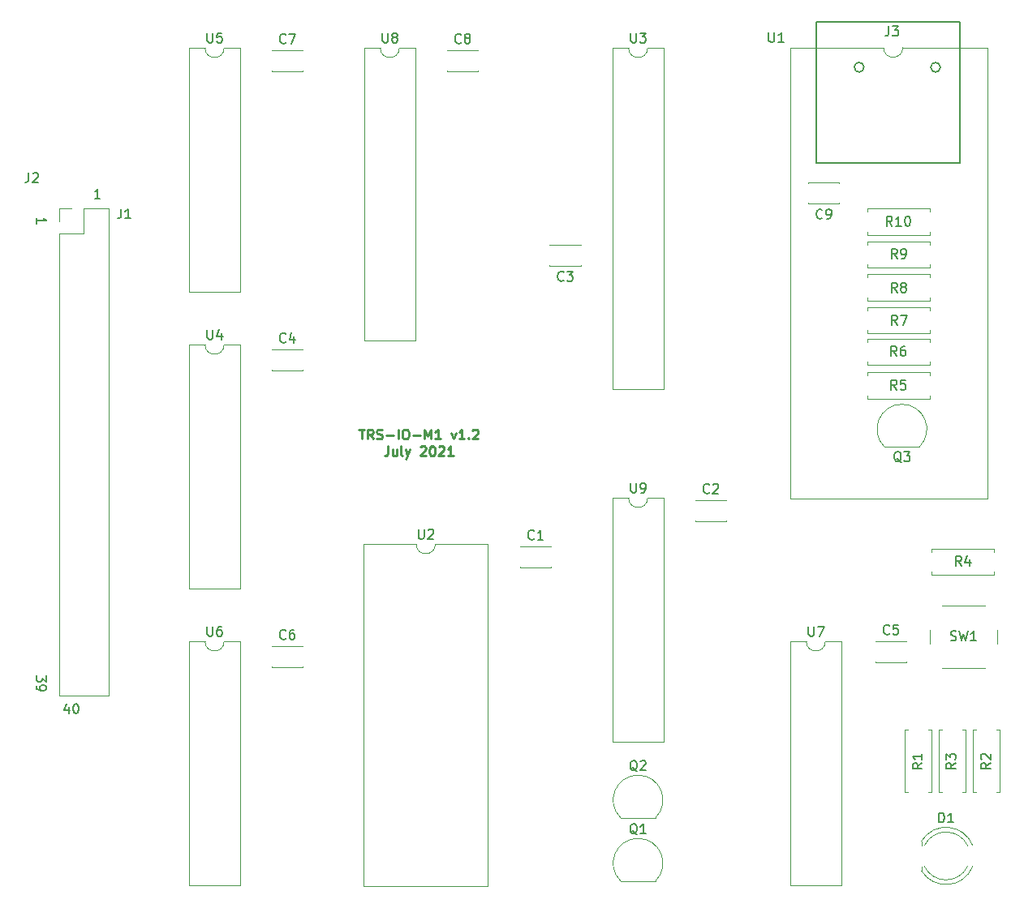
<source format=gbr>
%TF.GenerationSoftware,KiCad,Pcbnew,(5.1.9-0-10_14)*%
%TF.CreationDate,2021-07-19T10:05:44-07:00*%
%TF.ProjectId,TRS-IO-M1,5452532d-494f-42d4-9d31-2e6b69636164,rev?*%
%TF.SameCoordinates,Original*%
%TF.FileFunction,Legend,Top*%
%TF.FilePolarity,Positive*%
%FSLAX46Y46*%
G04 Gerber Fmt 4.6, Leading zero omitted, Abs format (unit mm)*
G04 Created by KiCad (PCBNEW (5.1.9-0-10_14)) date 2021-07-19 10:05:44*
%MOMM*%
%LPD*%
G01*
G04 APERTURE LIST*
%ADD10C,0.150000*%
%ADD11C,0.250000*%
%ADD12C,0.120000*%
G04 APERTURE END LIST*
D10*
X116143019Y-116233676D02*
X116143019Y-116852723D01*
X115762066Y-116519390D01*
X115762066Y-116662247D01*
X115714447Y-116757485D01*
X115666828Y-116805104D01*
X115571590Y-116852723D01*
X115333495Y-116852723D01*
X115238257Y-116805104D01*
X115190638Y-116757485D01*
X115143019Y-116662247D01*
X115143019Y-116376533D01*
X115190638Y-116281295D01*
X115238257Y-116233676D01*
X115143019Y-117328914D02*
X115143019Y-117519390D01*
X115190638Y-117614628D01*
X115238257Y-117662247D01*
X115381114Y-117757485D01*
X115571590Y-117805104D01*
X115952542Y-117805104D01*
X116047780Y-117757485D01*
X116095400Y-117709866D01*
X116143019Y-117614628D01*
X116143019Y-117424152D01*
X116095400Y-117328914D01*
X116047780Y-117281295D01*
X115952542Y-117233676D01*
X115714447Y-117233676D01*
X115619209Y-117281295D01*
X115571590Y-117328914D01*
X115523971Y-117424152D01*
X115523971Y-117614628D01*
X115571590Y-117709866D01*
X115619209Y-117757485D01*
X115714447Y-117805104D01*
X115193819Y-69043514D02*
X115193819Y-68472085D01*
X115193819Y-68757800D02*
X116193819Y-68757800D01*
X116050961Y-68662561D01*
X115955723Y-68567323D01*
X115908104Y-68472085D01*
X118510085Y-119521314D02*
X118510085Y-120187980D01*
X118271990Y-119140361D02*
X118033895Y-119854647D01*
X118652942Y-119854647D01*
X119224371Y-119187980D02*
X119319609Y-119187980D01*
X119414847Y-119235600D01*
X119462466Y-119283219D01*
X119510085Y-119378457D01*
X119557704Y-119568933D01*
X119557704Y-119807028D01*
X119510085Y-119997504D01*
X119462466Y-120092742D01*
X119414847Y-120140361D01*
X119319609Y-120187980D01*
X119224371Y-120187980D01*
X119129133Y-120140361D01*
X119081514Y-120092742D01*
X119033895Y-119997504D01*
X118986276Y-119807028D01*
X118986276Y-119568933D01*
X119033895Y-119378457D01*
X119081514Y-119283219D01*
X119129133Y-119235600D01*
X119224371Y-119187980D01*
X121799314Y-66416180D02*
X121227885Y-66416180D01*
X121513600Y-66416180D02*
X121513600Y-65416180D01*
X121418361Y-65559038D01*
X121323123Y-65654276D01*
X121227885Y-65701895D01*
D11*
X148805095Y-90525380D02*
X149376523Y-90525380D01*
X149090809Y-91525380D02*
X149090809Y-90525380D01*
X150281285Y-91525380D02*
X149947952Y-91049190D01*
X149709857Y-91525380D02*
X149709857Y-90525380D01*
X150090809Y-90525380D01*
X150186047Y-90573000D01*
X150233666Y-90620619D01*
X150281285Y-90715857D01*
X150281285Y-90858714D01*
X150233666Y-90953952D01*
X150186047Y-91001571D01*
X150090809Y-91049190D01*
X149709857Y-91049190D01*
X150662238Y-91477761D02*
X150805095Y-91525380D01*
X151043190Y-91525380D01*
X151138428Y-91477761D01*
X151186047Y-91430142D01*
X151233666Y-91334904D01*
X151233666Y-91239666D01*
X151186047Y-91144428D01*
X151138428Y-91096809D01*
X151043190Y-91049190D01*
X150852714Y-91001571D01*
X150757476Y-90953952D01*
X150709857Y-90906333D01*
X150662238Y-90811095D01*
X150662238Y-90715857D01*
X150709857Y-90620619D01*
X150757476Y-90573000D01*
X150852714Y-90525380D01*
X151090809Y-90525380D01*
X151233666Y-90573000D01*
X151662238Y-91144428D02*
X152424142Y-91144428D01*
X152900333Y-91525380D02*
X152900333Y-90525380D01*
X153567000Y-90525380D02*
X153757476Y-90525380D01*
X153852714Y-90573000D01*
X153947952Y-90668238D01*
X153995571Y-90858714D01*
X153995571Y-91192047D01*
X153947952Y-91382523D01*
X153852714Y-91477761D01*
X153757476Y-91525380D01*
X153567000Y-91525380D01*
X153471761Y-91477761D01*
X153376523Y-91382523D01*
X153328904Y-91192047D01*
X153328904Y-90858714D01*
X153376523Y-90668238D01*
X153471761Y-90573000D01*
X153567000Y-90525380D01*
X154424142Y-91144428D02*
X155186047Y-91144428D01*
X155662238Y-91525380D02*
X155662238Y-90525380D01*
X155995571Y-91239666D01*
X156328904Y-90525380D01*
X156328904Y-91525380D01*
X157328904Y-91525380D02*
X156757476Y-91525380D01*
X157043190Y-91525380D02*
X157043190Y-90525380D01*
X156947952Y-90668238D01*
X156852714Y-90763476D01*
X156757476Y-90811095D01*
X158424142Y-90858714D02*
X158662238Y-91525380D01*
X158900333Y-90858714D01*
X159805095Y-91525380D02*
X159233666Y-91525380D01*
X159519380Y-91525380D02*
X159519380Y-90525380D01*
X159424142Y-90668238D01*
X159328904Y-90763476D01*
X159233666Y-90811095D01*
X160233666Y-91430142D02*
X160281285Y-91477761D01*
X160233666Y-91525380D01*
X160186047Y-91477761D01*
X160233666Y-91430142D01*
X160233666Y-91525380D01*
X160662238Y-90620619D02*
X160709857Y-90573000D01*
X160805095Y-90525380D01*
X161043190Y-90525380D01*
X161138428Y-90573000D01*
X161186047Y-90620619D01*
X161233666Y-90715857D01*
X161233666Y-90811095D01*
X161186047Y-90953952D01*
X160614619Y-91525380D01*
X161233666Y-91525380D01*
X151828904Y-92275380D02*
X151828904Y-92989666D01*
X151781285Y-93132523D01*
X151686047Y-93227761D01*
X151543190Y-93275380D01*
X151447952Y-93275380D01*
X152733666Y-92608714D02*
X152733666Y-93275380D01*
X152305095Y-92608714D02*
X152305095Y-93132523D01*
X152352714Y-93227761D01*
X152447952Y-93275380D01*
X152590809Y-93275380D01*
X152686047Y-93227761D01*
X152733666Y-93180142D01*
X153352714Y-93275380D02*
X153257476Y-93227761D01*
X153209857Y-93132523D01*
X153209857Y-92275380D01*
X153638428Y-92608714D02*
X153876523Y-93275380D01*
X154114619Y-92608714D02*
X153876523Y-93275380D01*
X153781285Y-93513476D01*
X153733666Y-93561095D01*
X153638428Y-93608714D01*
X155209857Y-92370619D02*
X155257476Y-92323000D01*
X155352714Y-92275380D01*
X155590809Y-92275380D01*
X155686047Y-92323000D01*
X155733666Y-92370619D01*
X155781285Y-92465857D01*
X155781285Y-92561095D01*
X155733666Y-92703952D01*
X155162238Y-93275380D01*
X155781285Y-93275380D01*
X156400333Y-92275380D02*
X156495571Y-92275380D01*
X156590809Y-92323000D01*
X156638428Y-92370619D01*
X156686047Y-92465857D01*
X156733666Y-92656333D01*
X156733666Y-92894428D01*
X156686047Y-93084904D01*
X156638428Y-93180142D01*
X156590809Y-93227761D01*
X156495571Y-93275380D01*
X156400333Y-93275380D01*
X156305095Y-93227761D01*
X156257476Y-93180142D01*
X156209857Y-93084904D01*
X156162238Y-92894428D01*
X156162238Y-92656333D01*
X156209857Y-92465857D01*
X156257476Y-92370619D01*
X156305095Y-92323000D01*
X156400333Y-92275380D01*
X157114619Y-92370619D02*
X157162238Y-92323000D01*
X157257476Y-92275380D01*
X157495571Y-92275380D01*
X157590809Y-92323000D01*
X157638428Y-92370619D01*
X157686047Y-92465857D01*
X157686047Y-92561095D01*
X157638428Y-92703952D01*
X157067000Y-93275380D01*
X157686047Y-93275380D01*
X158638428Y-93275380D02*
X158067000Y-93275380D01*
X158352714Y-93275380D02*
X158352714Y-92275380D01*
X158257476Y-92418238D01*
X158162238Y-92513476D01*
X158067000Y-92561095D01*
D12*
%TO.C,U9*%
X180577000Y-97679200D02*
X178927000Y-97679200D01*
X180577000Y-123199200D02*
X180577000Y-97679200D01*
X175277000Y-123199200D02*
X180577000Y-123199200D01*
X175277000Y-97679200D02*
X175277000Y-123199200D01*
X176927000Y-97679200D02*
X175277000Y-97679200D01*
X178927000Y-97679200D02*
G75*
G02*
X176927000Y-97679200I-1000000J0D01*
G01*
%TO.C,U8*%
X154669000Y-50689200D02*
X153019000Y-50689200D01*
X154669000Y-81289200D02*
X154669000Y-50689200D01*
X149369000Y-81289200D02*
X154669000Y-81289200D01*
X149369000Y-50689200D02*
X149369000Y-81289200D01*
X151019000Y-50689200D02*
X149369000Y-50689200D01*
X153019000Y-50689200D02*
G75*
G02*
X151019000Y-50689200I-1000000J0D01*
G01*
%TO.C,U7*%
X199119000Y-112665200D02*
X197469000Y-112665200D01*
X199119000Y-138185200D02*
X199119000Y-112665200D01*
X193819000Y-138185200D02*
X199119000Y-138185200D01*
X193819000Y-112665200D02*
X193819000Y-138185200D01*
X195469000Y-112665200D02*
X193819000Y-112665200D01*
X197469000Y-112665200D02*
G75*
G02*
X195469000Y-112665200I-1000000J0D01*
G01*
%TO.C,U6*%
X136381000Y-112665200D02*
X134731000Y-112665200D01*
X136381000Y-138185200D02*
X136381000Y-112665200D01*
X131081000Y-138185200D02*
X136381000Y-138185200D01*
X131081000Y-112665200D02*
X131081000Y-138185200D01*
X132731000Y-112665200D02*
X131081000Y-112665200D01*
X134731000Y-112665200D02*
G75*
G02*
X132731000Y-112665200I-1000000J0D01*
G01*
%TO.C,U5*%
X136381000Y-50689200D02*
X134731000Y-50689200D01*
X136381000Y-76209200D02*
X136381000Y-50689200D01*
X131081000Y-76209200D02*
X136381000Y-76209200D01*
X131081000Y-50689200D02*
X131081000Y-76209200D01*
X132731000Y-50689200D02*
X131081000Y-50689200D01*
X134731000Y-50689200D02*
G75*
G02*
X132731000Y-50689200I-1000000J0D01*
G01*
%TO.C,U4*%
X136381000Y-81677200D02*
X134731000Y-81677200D01*
X136381000Y-107197200D02*
X136381000Y-81677200D01*
X131081000Y-107197200D02*
X136381000Y-107197200D01*
X131081000Y-81677200D02*
X131081000Y-107197200D01*
X132731000Y-81677200D02*
X131081000Y-81677200D01*
X134731000Y-81677200D02*
G75*
G02*
X132731000Y-81677200I-1000000J0D01*
G01*
%TO.C,U3*%
X180577000Y-50689200D02*
X178927000Y-50689200D01*
X180577000Y-86369200D02*
X180577000Y-50689200D01*
X175277000Y-86369200D02*
X180577000Y-86369200D01*
X175277000Y-50689200D02*
X175277000Y-86369200D01*
X176927000Y-50689200D02*
X175277000Y-50689200D01*
X178927000Y-50689200D02*
G75*
G02*
X176927000Y-50689200I-1000000J0D01*
G01*
%TO.C,U2*%
X162239000Y-102515200D02*
X156779000Y-102515200D01*
X162239000Y-138195200D02*
X162239000Y-102515200D01*
X149319000Y-138195200D02*
X162239000Y-138195200D01*
X149319000Y-102515200D02*
X149319000Y-138195200D01*
X154779000Y-102515200D02*
X149319000Y-102515200D01*
X156779000Y-102515200D02*
G75*
G02*
X154779000Y-102515200I-1000000J0D01*
G01*
%TO.C,U1*%
X214384400Y-50689200D02*
X205546200Y-50689200D01*
X214384400Y-97681700D02*
X214384400Y-50701700D01*
X193819000Y-97799200D02*
X214384400Y-97799200D01*
X193819000Y-50701700D02*
X193819000Y-97681700D01*
X203546200Y-50689200D02*
X193819000Y-50689200D01*
X205546200Y-50663800D02*
G75*
G02*
X203546200Y-50663800I-1000000J0D01*
G01*
%TO.C,SW1*%
X215382500Y-112931200D02*
X215382500Y-111431200D01*
X214132500Y-108931200D02*
X209632500Y-108931200D01*
X208382500Y-111431200D02*
X208382500Y-112931200D01*
X209632500Y-115431200D02*
X214132500Y-115431200D01*
%TO.C,R4*%
X215042500Y-105713200D02*
X215042500Y-105383200D01*
X208502500Y-105713200D02*
X215042500Y-105713200D01*
X208502500Y-105383200D02*
X208502500Y-105713200D01*
X215042500Y-102973200D02*
X215042500Y-103303200D01*
X208502500Y-102973200D02*
X215042500Y-102973200D01*
X208502500Y-103303200D02*
X208502500Y-102973200D01*
%TO.C,R3*%
X209323000Y-128441200D02*
X209653000Y-128441200D01*
X209323000Y-121901200D02*
X209323000Y-128441200D01*
X209653000Y-121901200D02*
X209323000Y-121901200D01*
X212063000Y-128441200D02*
X211733000Y-128441200D01*
X212063000Y-121901200D02*
X212063000Y-128441200D01*
X211733000Y-121901200D02*
X212063000Y-121901200D01*
%TO.C,R2*%
X212879000Y-128441200D02*
X213209000Y-128441200D01*
X212879000Y-121901200D02*
X212879000Y-128441200D01*
X213209000Y-121901200D02*
X212879000Y-121901200D01*
X215619000Y-128441200D02*
X215289000Y-128441200D01*
X215619000Y-121901200D02*
X215619000Y-128441200D01*
X215289000Y-121901200D02*
X215619000Y-121901200D01*
%TO.C,R1*%
X205767000Y-128441200D02*
X206097000Y-128441200D01*
X205767000Y-121901200D02*
X205767000Y-128441200D01*
X206097000Y-121901200D02*
X205767000Y-121901200D01*
X208507000Y-128441200D02*
X208177000Y-128441200D01*
X208507000Y-121901200D02*
X208507000Y-128441200D01*
X208177000Y-121901200D02*
X208507000Y-121901200D01*
%TO.C,Q2*%
X176127000Y-131085200D02*
X179727000Y-131085200D01*
X179765478Y-131073678D02*
G75*
G03*
X177927000Y-126635200I-1838478J1838478D01*
G01*
X176088522Y-131073678D02*
G75*
G02*
X177927000Y-126635200I1838478J1838478D01*
G01*
%TO.C,Q1*%
X176127000Y-137689200D02*
X179727000Y-137689200D01*
X179765478Y-137677678D02*
G75*
G03*
X177927000Y-133239200I-1838478J1838478D01*
G01*
X176088522Y-137677678D02*
G75*
G02*
X177927000Y-133239200I1838478J1838478D01*
G01*
%TO.C,J1*%
X117509000Y-67429200D02*
X118839000Y-67429200D01*
X117509000Y-68759200D02*
X117509000Y-67429200D01*
X120109000Y-67429200D02*
X122709000Y-67429200D01*
X120109000Y-70029200D02*
X120109000Y-67429200D01*
X117509000Y-70029200D02*
X120109000Y-70029200D01*
X122709000Y-67429200D02*
X122709000Y-118349200D01*
X117509000Y-70029200D02*
X117509000Y-118349200D01*
X117509000Y-118349200D02*
X122709000Y-118349200D01*
%TO.C,D1*%
X207498000Y-136157200D02*
X207498000Y-136622200D01*
X207498000Y-133532200D02*
X207498000Y-133997200D01*
X212312479Y-136157629D02*
G75*
G02*
X207803316Y-136157200I-2254479J1080429D01*
G01*
X212312479Y-133996771D02*
G75*
G03*
X207803316Y-133997200I-2254479J-1080429D01*
G01*
X212845815Y-136158027D02*
G75*
G02*
X207498000Y-136622030I-2787815J1080827D01*
G01*
X212845815Y-133996373D02*
G75*
G03*
X207498000Y-133532370I-2787815J-1080827D01*
G01*
%TO.C,C8*%
X161239000Y-53074200D02*
X161239000Y-53139200D01*
X161239000Y-50899200D02*
X161239000Y-50964200D01*
X157999000Y-53074200D02*
X157999000Y-53139200D01*
X157999000Y-50899200D02*
X157999000Y-50964200D01*
X157999000Y-53139200D02*
X161239000Y-53139200D01*
X157999000Y-50899200D02*
X161239000Y-50899200D01*
%TO.C,C7*%
X142951000Y-53074200D02*
X142951000Y-53139200D01*
X142951000Y-50899200D02*
X142951000Y-50964200D01*
X139711000Y-53074200D02*
X139711000Y-53139200D01*
X139711000Y-50899200D02*
X139711000Y-50964200D01*
X139711000Y-53139200D02*
X142951000Y-53139200D01*
X139711000Y-50899200D02*
X142951000Y-50899200D01*
%TO.C,C6*%
X142951000Y-115304200D02*
X142951000Y-115369200D01*
X142951000Y-113129200D02*
X142951000Y-113194200D01*
X139711000Y-115304200D02*
X139711000Y-115369200D01*
X139711000Y-113129200D02*
X139711000Y-113194200D01*
X139711000Y-115369200D02*
X142951000Y-115369200D01*
X139711000Y-113129200D02*
X142951000Y-113129200D01*
%TO.C,C5*%
X205943000Y-114796200D02*
X205943000Y-114861200D01*
X205943000Y-112621200D02*
X205943000Y-112686200D01*
X202703000Y-114796200D02*
X202703000Y-114861200D01*
X202703000Y-112621200D02*
X202703000Y-112686200D01*
X202703000Y-114861200D02*
X205943000Y-114861200D01*
X202703000Y-112621200D02*
X205943000Y-112621200D01*
%TO.C,C4*%
X142951000Y-84316200D02*
X142951000Y-84381200D01*
X142951000Y-82141200D02*
X142951000Y-82206200D01*
X139711000Y-84316200D02*
X139711000Y-84381200D01*
X139711000Y-82141200D02*
X139711000Y-82206200D01*
X139711000Y-84381200D02*
X142951000Y-84381200D01*
X139711000Y-82141200D02*
X142951000Y-82141200D01*
%TO.C,C3*%
X168707000Y-71284200D02*
X168707000Y-71219200D01*
X168707000Y-73459200D02*
X168707000Y-73394200D01*
X171947000Y-71284200D02*
X171947000Y-71219200D01*
X171947000Y-73459200D02*
X171947000Y-73394200D01*
X171947000Y-71219200D02*
X168707000Y-71219200D01*
X171947000Y-73459200D02*
X168707000Y-73459200D01*
%TO.C,C2*%
X187147000Y-100064200D02*
X187147000Y-100129200D01*
X187147000Y-97889200D02*
X187147000Y-97954200D01*
X183907000Y-100064200D02*
X183907000Y-100129200D01*
X183907000Y-97889200D02*
X183907000Y-97954200D01*
X183907000Y-100129200D02*
X187147000Y-100129200D01*
X183907000Y-97889200D02*
X187147000Y-97889200D01*
%TO.C,C1*%
X168859000Y-104890200D02*
X168859000Y-104955200D01*
X168859000Y-102715200D02*
X168859000Y-102780200D01*
X165619000Y-104890200D02*
X165619000Y-104955200D01*
X165619000Y-102715200D02*
X165619000Y-102780200D01*
X165619000Y-104955200D02*
X168859000Y-104955200D01*
X165619000Y-102715200D02*
X168859000Y-102715200D01*
%TO.C,C9*%
X198921800Y-66956800D02*
X195681800Y-66956800D01*
X198921800Y-64716800D02*
X195681800Y-64716800D01*
X198921800Y-66956800D02*
X198921800Y-66891800D01*
X198921800Y-64781800D02*
X198921800Y-64716800D01*
X195681800Y-66956800D02*
X195681800Y-66891800D01*
X195681800Y-64781800D02*
X195681800Y-64716800D01*
D10*
%TO.C,J3*%
X209468200Y-52705000D02*
G75*
G03*
X209468200Y-52705000I-500000J0D01*
G01*
X201488200Y-52705000D02*
G75*
G03*
X201488200Y-52705000I-500000J0D01*
G01*
X211538200Y-62705000D02*
X196538200Y-62705000D01*
X196538200Y-62705000D02*
X196538200Y-48005000D01*
X196538200Y-48005000D02*
X211538200Y-48005000D01*
X211538200Y-48005000D02*
X211538200Y-62705000D01*
D12*
%TO.C,Q3*%
X203660600Y-92350200D02*
X207260600Y-92350200D01*
X203622122Y-92338678D02*
G75*
G02*
X205460600Y-87900200I1838478J1838478D01*
G01*
X207299078Y-92338678D02*
G75*
G03*
X205460600Y-87900200I-1838478J1838478D01*
G01*
%TO.C,R5*%
X208400400Y-87323600D02*
X208400400Y-86993600D01*
X201860400Y-87323600D02*
X208400400Y-87323600D01*
X201860400Y-86993600D02*
X201860400Y-87323600D01*
X208400400Y-84583600D02*
X208400400Y-84913600D01*
X201860400Y-84583600D02*
X208400400Y-84583600D01*
X201860400Y-84913600D02*
X201860400Y-84583600D01*
%TO.C,R6*%
X201860400Y-81383000D02*
X201860400Y-81053000D01*
X201860400Y-81053000D02*
X208400400Y-81053000D01*
X208400400Y-81053000D02*
X208400400Y-81383000D01*
X201860400Y-83463000D02*
X201860400Y-83793000D01*
X201860400Y-83793000D02*
X208400400Y-83793000D01*
X208400400Y-83793000D02*
X208400400Y-83463000D01*
%TO.C,R7*%
X201860400Y-78081000D02*
X201860400Y-77751000D01*
X201860400Y-77751000D02*
X208400400Y-77751000D01*
X208400400Y-77751000D02*
X208400400Y-78081000D01*
X201860400Y-80161000D02*
X201860400Y-80491000D01*
X201860400Y-80491000D02*
X208400400Y-80491000D01*
X208400400Y-80491000D02*
X208400400Y-80161000D01*
%TO.C,R8*%
X208400400Y-77062000D02*
X208400400Y-76732000D01*
X201860400Y-77062000D02*
X208400400Y-77062000D01*
X201860400Y-76732000D02*
X201860400Y-77062000D01*
X208400400Y-74322000D02*
X208400400Y-74652000D01*
X201860400Y-74322000D02*
X208400400Y-74322000D01*
X201860400Y-74652000D02*
X201860400Y-74322000D01*
%TO.C,R9*%
X201860400Y-71223000D02*
X201860400Y-70893000D01*
X201860400Y-70893000D02*
X208400400Y-70893000D01*
X208400400Y-70893000D02*
X208400400Y-71223000D01*
X201860400Y-73303000D02*
X201860400Y-73633000D01*
X201860400Y-73633000D02*
X208400400Y-73633000D01*
X208400400Y-73633000D02*
X208400400Y-73303000D01*
%TO.C,R10*%
X208400400Y-70204000D02*
X208400400Y-69874000D01*
X201860400Y-70204000D02*
X208400400Y-70204000D01*
X201860400Y-69874000D02*
X201860400Y-70204000D01*
X208400400Y-67464000D02*
X208400400Y-67794000D01*
X201860400Y-67464000D02*
X208400400Y-67464000D01*
X201860400Y-67794000D02*
X201860400Y-67464000D01*
%TO.C,U9*%
D10*
X177165095Y-96131580D02*
X177165095Y-96941104D01*
X177212714Y-97036342D01*
X177260333Y-97083961D01*
X177355571Y-97131580D01*
X177546047Y-97131580D01*
X177641285Y-97083961D01*
X177688904Y-97036342D01*
X177736523Y-96941104D01*
X177736523Y-96131580D01*
X178260333Y-97131580D02*
X178450809Y-97131580D01*
X178546047Y-97083961D01*
X178593666Y-97036342D01*
X178688904Y-96893485D01*
X178736523Y-96703009D01*
X178736523Y-96322057D01*
X178688904Y-96226819D01*
X178641285Y-96179200D01*
X178546047Y-96131580D01*
X178355571Y-96131580D01*
X178260333Y-96179200D01*
X178212714Y-96226819D01*
X178165095Y-96322057D01*
X178165095Y-96560152D01*
X178212714Y-96655390D01*
X178260333Y-96703009D01*
X178355571Y-96750628D01*
X178546047Y-96750628D01*
X178641285Y-96703009D01*
X178688904Y-96655390D01*
X178736523Y-96560152D01*
%TO.C,U8*%
X151257095Y-49141580D02*
X151257095Y-49951104D01*
X151304714Y-50046342D01*
X151352333Y-50093961D01*
X151447571Y-50141580D01*
X151638047Y-50141580D01*
X151733285Y-50093961D01*
X151780904Y-50046342D01*
X151828523Y-49951104D01*
X151828523Y-49141580D01*
X152447571Y-49570152D02*
X152352333Y-49522533D01*
X152304714Y-49474914D01*
X152257095Y-49379676D01*
X152257095Y-49332057D01*
X152304714Y-49236819D01*
X152352333Y-49189200D01*
X152447571Y-49141580D01*
X152638047Y-49141580D01*
X152733285Y-49189200D01*
X152780904Y-49236819D01*
X152828523Y-49332057D01*
X152828523Y-49379676D01*
X152780904Y-49474914D01*
X152733285Y-49522533D01*
X152638047Y-49570152D01*
X152447571Y-49570152D01*
X152352333Y-49617771D01*
X152304714Y-49665390D01*
X152257095Y-49760628D01*
X152257095Y-49951104D01*
X152304714Y-50046342D01*
X152352333Y-50093961D01*
X152447571Y-50141580D01*
X152638047Y-50141580D01*
X152733285Y-50093961D01*
X152780904Y-50046342D01*
X152828523Y-49951104D01*
X152828523Y-49760628D01*
X152780904Y-49665390D01*
X152733285Y-49617771D01*
X152638047Y-49570152D01*
%TO.C,U7*%
X195707095Y-111117580D02*
X195707095Y-111927104D01*
X195754714Y-112022342D01*
X195802333Y-112069961D01*
X195897571Y-112117580D01*
X196088047Y-112117580D01*
X196183285Y-112069961D01*
X196230904Y-112022342D01*
X196278523Y-111927104D01*
X196278523Y-111117580D01*
X196659476Y-111117580D02*
X197326142Y-111117580D01*
X196897571Y-112117580D01*
%TO.C,U6*%
X132969095Y-111117580D02*
X132969095Y-111927104D01*
X133016714Y-112022342D01*
X133064333Y-112069961D01*
X133159571Y-112117580D01*
X133350047Y-112117580D01*
X133445285Y-112069961D01*
X133492904Y-112022342D01*
X133540523Y-111927104D01*
X133540523Y-111117580D01*
X134445285Y-111117580D02*
X134254809Y-111117580D01*
X134159571Y-111165200D01*
X134111952Y-111212819D01*
X134016714Y-111355676D01*
X133969095Y-111546152D01*
X133969095Y-111927104D01*
X134016714Y-112022342D01*
X134064333Y-112069961D01*
X134159571Y-112117580D01*
X134350047Y-112117580D01*
X134445285Y-112069961D01*
X134492904Y-112022342D01*
X134540523Y-111927104D01*
X134540523Y-111689009D01*
X134492904Y-111593771D01*
X134445285Y-111546152D01*
X134350047Y-111498533D01*
X134159571Y-111498533D01*
X134064333Y-111546152D01*
X134016714Y-111593771D01*
X133969095Y-111689009D01*
%TO.C,U5*%
X132969095Y-49141580D02*
X132969095Y-49951104D01*
X133016714Y-50046342D01*
X133064333Y-50093961D01*
X133159571Y-50141580D01*
X133350047Y-50141580D01*
X133445285Y-50093961D01*
X133492904Y-50046342D01*
X133540523Y-49951104D01*
X133540523Y-49141580D01*
X134492904Y-49141580D02*
X134016714Y-49141580D01*
X133969095Y-49617771D01*
X134016714Y-49570152D01*
X134111952Y-49522533D01*
X134350047Y-49522533D01*
X134445285Y-49570152D01*
X134492904Y-49617771D01*
X134540523Y-49713009D01*
X134540523Y-49951104D01*
X134492904Y-50046342D01*
X134445285Y-50093961D01*
X134350047Y-50141580D01*
X134111952Y-50141580D01*
X134016714Y-50093961D01*
X133969095Y-50046342D01*
%TO.C,U4*%
X132969095Y-80129580D02*
X132969095Y-80939104D01*
X133016714Y-81034342D01*
X133064333Y-81081961D01*
X133159571Y-81129580D01*
X133350047Y-81129580D01*
X133445285Y-81081961D01*
X133492904Y-81034342D01*
X133540523Y-80939104D01*
X133540523Y-80129580D01*
X134445285Y-80462914D02*
X134445285Y-81129580D01*
X134207190Y-80081961D02*
X133969095Y-80796247D01*
X134588142Y-80796247D01*
%TO.C,U3*%
X177165095Y-49141580D02*
X177165095Y-49951104D01*
X177212714Y-50046342D01*
X177260333Y-50093961D01*
X177355571Y-50141580D01*
X177546047Y-50141580D01*
X177641285Y-50093961D01*
X177688904Y-50046342D01*
X177736523Y-49951104D01*
X177736523Y-49141580D01*
X178117476Y-49141580D02*
X178736523Y-49141580D01*
X178403190Y-49522533D01*
X178546047Y-49522533D01*
X178641285Y-49570152D01*
X178688904Y-49617771D01*
X178736523Y-49713009D01*
X178736523Y-49951104D01*
X178688904Y-50046342D01*
X178641285Y-50093961D01*
X178546047Y-50141580D01*
X178260333Y-50141580D01*
X178165095Y-50093961D01*
X178117476Y-50046342D01*
%TO.C,U2*%
X155017095Y-100967580D02*
X155017095Y-101777104D01*
X155064714Y-101872342D01*
X155112333Y-101919961D01*
X155207571Y-101967580D01*
X155398047Y-101967580D01*
X155493285Y-101919961D01*
X155540904Y-101872342D01*
X155588523Y-101777104D01*
X155588523Y-100967580D01*
X156017095Y-101062819D02*
X156064714Y-101015200D01*
X156159952Y-100967580D01*
X156398047Y-100967580D01*
X156493285Y-101015200D01*
X156540904Y-101062819D01*
X156588523Y-101158057D01*
X156588523Y-101253295D01*
X156540904Y-101396152D01*
X155969476Y-101967580D01*
X156588523Y-101967580D01*
%TO.C,U1*%
X191566895Y-49083980D02*
X191566895Y-49893504D01*
X191614514Y-49988742D01*
X191662133Y-50036361D01*
X191757371Y-50083980D01*
X191947847Y-50083980D01*
X192043085Y-50036361D01*
X192090704Y-49988742D01*
X192138323Y-49893504D01*
X192138323Y-49083980D01*
X193138323Y-50083980D02*
X192566895Y-50083980D01*
X192852609Y-50083980D02*
X192852609Y-49083980D01*
X192757371Y-49226838D01*
X192662133Y-49322076D01*
X192566895Y-49369695D01*
%TO.C,SW1*%
X210553466Y-112545761D02*
X210696323Y-112593380D01*
X210934419Y-112593380D01*
X211029657Y-112545761D01*
X211077276Y-112498142D01*
X211124895Y-112402904D01*
X211124895Y-112307666D01*
X211077276Y-112212428D01*
X211029657Y-112164809D01*
X210934419Y-112117190D01*
X210743942Y-112069571D01*
X210648704Y-112021952D01*
X210601085Y-111974333D01*
X210553466Y-111879095D01*
X210553466Y-111783857D01*
X210601085Y-111688619D01*
X210648704Y-111641000D01*
X210743942Y-111593380D01*
X210982038Y-111593380D01*
X211124895Y-111641000D01*
X211458228Y-111593380D02*
X211696323Y-112593380D01*
X211886800Y-111879095D01*
X212077276Y-112593380D01*
X212315371Y-111593380D01*
X213220133Y-112593380D02*
X212648704Y-112593380D01*
X212934419Y-112593380D02*
X212934419Y-111593380D01*
X212839180Y-111736238D01*
X212743942Y-111831476D01*
X212648704Y-111879095D01*
%TO.C,R4*%
X211669333Y-104770180D02*
X211336000Y-104293990D01*
X211097904Y-104770180D02*
X211097904Y-103770180D01*
X211478857Y-103770180D01*
X211574095Y-103817800D01*
X211621714Y-103865419D01*
X211669333Y-103960657D01*
X211669333Y-104103514D01*
X211621714Y-104198752D01*
X211574095Y-104246371D01*
X211478857Y-104293990D01*
X211097904Y-104293990D01*
X212526476Y-104103514D02*
X212526476Y-104770180D01*
X212288380Y-103722561D02*
X212050285Y-104436847D01*
X212669333Y-104436847D01*
%TO.C,R3*%
X211069180Y-125363266D02*
X210592990Y-125696600D01*
X211069180Y-125934695D02*
X210069180Y-125934695D01*
X210069180Y-125553742D01*
X210116800Y-125458504D01*
X210164419Y-125410885D01*
X210259657Y-125363266D01*
X210402514Y-125363266D01*
X210497752Y-125410885D01*
X210545371Y-125458504D01*
X210592990Y-125553742D01*
X210592990Y-125934695D01*
X210069180Y-125029933D02*
X210069180Y-124410885D01*
X210450133Y-124744219D01*
X210450133Y-124601361D01*
X210497752Y-124506123D01*
X210545371Y-124458504D01*
X210640609Y-124410885D01*
X210878704Y-124410885D01*
X210973942Y-124458504D01*
X211021561Y-124506123D01*
X211069180Y-124601361D01*
X211069180Y-124887076D01*
X211021561Y-124982314D01*
X210973942Y-125029933D01*
%TO.C,R2*%
X214701380Y-125363266D02*
X214225190Y-125696600D01*
X214701380Y-125934695D02*
X213701380Y-125934695D01*
X213701380Y-125553742D01*
X213749000Y-125458504D01*
X213796619Y-125410885D01*
X213891857Y-125363266D01*
X214034714Y-125363266D01*
X214129952Y-125410885D01*
X214177571Y-125458504D01*
X214225190Y-125553742D01*
X214225190Y-125934695D01*
X213796619Y-124982314D02*
X213749000Y-124934695D01*
X213701380Y-124839457D01*
X213701380Y-124601361D01*
X213749000Y-124506123D01*
X213796619Y-124458504D01*
X213891857Y-124410885D01*
X213987095Y-124410885D01*
X214129952Y-124458504D01*
X214701380Y-125029933D01*
X214701380Y-124410885D01*
%TO.C,R1*%
X207563980Y-125388666D02*
X207087790Y-125722000D01*
X207563980Y-125960095D02*
X206563980Y-125960095D01*
X206563980Y-125579142D01*
X206611600Y-125483904D01*
X206659219Y-125436285D01*
X206754457Y-125388666D01*
X206897314Y-125388666D01*
X206992552Y-125436285D01*
X207040171Y-125483904D01*
X207087790Y-125579142D01*
X207087790Y-125960095D01*
X207563980Y-124436285D02*
X207563980Y-125007714D01*
X207563980Y-124722000D02*
X206563980Y-124722000D01*
X206706838Y-124817238D01*
X206802076Y-124912476D01*
X206849695Y-125007714D01*
%TO.C,Q2*%
X177831761Y-126222819D02*
X177736523Y-126175200D01*
X177641285Y-126079961D01*
X177498428Y-125937104D01*
X177403190Y-125889485D01*
X177307952Y-125889485D01*
X177355571Y-126127580D02*
X177260333Y-126079961D01*
X177165095Y-125984723D01*
X177117476Y-125794247D01*
X177117476Y-125460914D01*
X177165095Y-125270438D01*
X177260333Y-125175200D01*
X177355571Y-125127580D01*
X177546047Y-125127580D01*
X177641285Y-125175200D01*
X177736523Y-125270438D01*
X177784142Y-125460914D01*
X177784142Y-125794247D01*
X177736523Y-125984723D01*
X177641285Y-126079961D01*
X177546047Y-126127580D01*
X177355571Y-126127580D01*
X178165095Y-125222819D02*
X178212714Y-125175200D01*
X178307952Y-125127580D01*
X178546047Y-125127580D01*
X178641285Y-125175200D01*
X178688904Y-125222819D01*
X178736523Y-125318057D01*
X178736523Y-125413295D01*
X178688904Y-125556152D01*
X178117476Y-126127580D01*
X178736523Y-126127580D01*
%TO.C,Q1*%
X177831761Y-132826819D02*
X177736523Y-132779200D01*
X177641285Y-132683961D01*
X177498428Y-132541104D01*
X177403190Y-132493485D01*
X177307952Y-132493485D01*
X177355571Y-132731580D02*
X177260333Y-132683961D01*
X177165095Y-132588723D01*
X177117476Y-132398247D01*
X177117476Y-132064914D01*
X177165095Y-131874438D01*
X177260333Y-131779200D01*
X177355571Y-131731580D01*
X177546047Y-131731580D01*
X177641285Y-131779200D01*
X177736523Y-131874438D01*
X177784142Y-132064914D01*
X177784142Y-132398247D01*
X177736523Y-132588723D01*
X177641285Y-132683961D01*
X177546047Y-132731580D01*
X177355571Y-132731580D01*
X178736523Y-132731580D02*
X178165095Y-132731580D01*
X178450809Y-132731580D02*
X178450809Y-131731580D01*
X178355571Y-131874438D01*
X178260333Y-131969676D01*
X178165095Y-132017295D01*
%TO.C,J2*%
X114347666Y-63727080D02*
X114347666Y-64441366D01*
X114300047Y-64584223D01*
X114204809Y-64679461D01*
X114061952Y-64727080D01*
X113966714Y-64727080D01*
X114776238Y-63822319D02*
X114823857Y-63774700D01*
X114919095Y-63727080D01*
X115157190Y-63727080D01*
X115252428Y-63774700D01*
X115300047Y-63822319D01*
X115347666Y-63917557D01*
X115347666Y-64012795D01*
X115300047Y-64155652D01*
X114728619Y-64727080D01*
X115347666Y-64727080D01*
%TO.C,J1*%
X123974266Y-67498980D02*
X123974266Y-68213266D01*
X123926647Y-68356123D01*
X123831409Y-68451361D01*
X123688552Y-68498980D01*
X123593314Y-68498980D01*
X124974266Y-68498980D02*
X124402838Y-68498980D01*
X124688552Y-68498980D02*
X124688552Y-67498980D01*
X124593314Y-67641838D01*
X124498076Y-67737076D01*
X124402838Y-67784695D01*
%TO.C,D1*%
X209319904Y-131569580D02*
X209319904Y-130569580D01*
X209558000Y-130569580D01*
X209700857Y-130617200D01*
X209796095Y-130712438D01*
X209843714Y-130807676D01*
X209891333Y-130998152D01*
X209891333Y-131141009D01*
X209843714Y-131331485D01*
X209796095Y-131426723D01*
X209700857Y-131521961D01*
X209558000Y-131569580D01*
X209319904Y-131569580D01*
X210843714Y-131569580D02*
X210272285Y-131569580D01*
X210558000Y-131569580D02*
X210558000Y-130569580D01*
X210462761Y-130712438D01*
X210367523Y-130807676D01*
X210272285Y-130855295D01*
%TO.C,C8*%
X159452333Y-50126342D02*
X159404714Y-50173961D01*
X159261857Y-50221580D01*
X159166619Y-50221580D01*
X159023761Y-50173961D01*
X158928523Y-50078723D01*
X158880904Y-49983485D01*
X158833285Y-49793009D01*
X158833285Y-49650152D01*
X158880904Y-49459676D01*
X158928523Y-49364438D01*
X159023761Y-49269200D01*
X159166619Y-49221580D01*
X159261857Y-49221580D01*
X159404714Y-49269200D01*
X159452333Y-49316819D01*
X160023761Y-49650152D02*
X159928523Y-49602533D01*
X159880904Y-49554914D01*
X159833285Y-49459676D01*
X159833285Y-49412057D01*
X159880904Y-49316819D01*
X159928523Y-49269200D01*
X160023761Y-49221580D01*
X160214238Y-49221580D01*
X160309476Y-49269200D01*
X160357095Y-49316819D01*
X160404714Y-49412057D01*
X160404714Y-49459676D01*
X160357095Y-49554914D01*
X160309476Y-49602533D01*
X160214238Y-49650152D01*
X160023761Y-49650152D01*
X159928523Y-49697771D01*
X159880904Y-49745390D01*
X159833285Y-49840628D01*
X159833285Y-50031104D01*
X159880904Y-50126342D01*
X159928523Y-50173961D01*
X160023761Y-50221580D01*
X160214238Y-50221580D01*
X160309476Y-50173961D01*
X160357095Y-50126342D01*
X160404714Y-50031104D01*
X160404714Y-49840628D01*
X160357095Y-49745390D01*
X160309476Y-49697771D01*
X160214238Y-49650152D01*
%TO.C,C7*%
X141164333Y-50126342D02*
X141116714Y-50173961D01*
X140973857Y-50221580D01*
X140878619Y-50221580D01*
X140735761Y-50173961D01*
X140640523Y-50078723D01*
X140592904Y-49983485D01*
X140545285Y-49793009D01*
X140545285Y-49650152D01*
X140592904Y-49459676D01*
X140640523Y-49364438D01*
X140735761Y-49269200D01*
X140878619Y-49221580D01*
X140973857Y-49221580D01*
X141116714Y-49269200D01*
X141164333Y-49316819D01*
X141497666Y-49221580D02*
X142164333Y-49221580D01*
X141735761Y-50221580D01*
%TO.C,C6*%
X141164333Y-112356342D02*
X141116714Y-112403961D01*
X140973857Y-112451580D01*
X140878619Y-112451580D01*
X140735761Y-112403961D01*
X140640523Y-112308723D01*
X140592904Y-112213485D01*
X140545285Y-112023009D01*
X140545285Y-111880152D01*
X140592904Y-111689676D01*
X140640523Y-111594438D01*
X140735761Y-111499200D01*
X140878619Y-111451580D01*
X140973857Y-111451580D01*
X141116714Y-111499200D01*
X141164333Y-111546819D01*
X142021476Y-111451580D02*
X141831000Y-111451580D01*
X141735761Y-111499200D01*
X141688142Y-111546819D01*
X141592904Y-111689676D01*
X141545285Y-111880152D01*
X141545285Y-112261104D01*
X141592904Y-112356342D01*
X141640523Y-112403961D01*
X141735761Y-112451580D01*
X141926238Y-112451580D01*
X142021476Y-112403961D01*
X142069095Y-112356342D01*
X142116714Y-112261104D01*
X142116714Y-112023009D01*
X142069095Y-111927771D01*
X142021476Y-111880152D01*
X141926238Y-111832533D01*
X141735761Y-111832533D01*
X141640523Y-111880152D01*
X141592904Y-111927771D01*
X141545285Y-112023009D01*
%TO.C,C5*%
X204156333Y-111848342D02*
X204108714Y-111895961D01*
X203965857Y-111943580D01*
X203870619Y-111943580D01*
X203727761Y-111895961D01*
X203632523Y-111800723D01*
X203584904Y-111705485D01*
X203537285Y-111515009D01*
X203537285Y-111372152D01*
X203584904Y-111181676D01*
X203632523Y-111086438D01*
X203727761Y-110991200D01*
X203870619Y-110943580D01*
X203965857Y-110943580D01*
X204108714Y-110991200D01*
X204156333Y-111038819D01*
X205061095Y-110943580D02*
X204584904Y-110943580D01*
X204537285Y-111419771D01*
X204584904Y-111372152D01*
X204680142Y-111324533D01*
X204918238Y-111324533D01*
X205013476Y-111372152D01*
X205061095Y-111419771D01*
X205108714Y-111515009D01*
X205108714Y-111753104D01*
X205061095Y-111848342D01*
X205013476Y-111895961D01*
X204918238Y-111943580D01*
X204680142Y-111943580D01*
X204584904Y-111895961D01*
X204537285Y-111848342D01*
%TO.C,C4*%
X141164333Y-81368342D02*
X141116714Y-81415961D01*
X140973857Y-81463580D01*
X140878619Y-81463580D01*
X140735761Y-81415961D01*
X140640523Y-81320723D01*
X140592904Y-81225485D01*
X140545285Y-81035009D01*
X140545285Y-80892152D01*
X140592904Y-80701676D01*
X140640523Y-80606438D01*
X140735761Y-80511200D01*
X140878619Y-80463580D01*
X140973857Y-80463580D01*
X141116714Y-80511200D01*
X141164333Y-80558819D01*
X142021476Y-80796914D02*
X142021476Y-81463580D01*
X141783380Y-80415961D02*
X141545285Y-81130247D01*
X142164333Y-81130247D01*
%TO.C,C3*%
X170160333Y-74946342D02*
X170112714Y-74993961D01*
X169969857Y-75041580D01*
X169874619Y-75041580D01*
X169731761Y-74993961D01*
X169636523Y-74898723D01*
X169588904Y-74803485D01*
X169541285Y-74613009D01*
X169541285Y-74470152D01*
X169588904Y-74279676D01*
X169636523Y-74184438D01*
X169731761Y-74089200D01*
X169874619Y-74041580D01*
X169969857Y-74041580D01*
X170112714Y-74089200D01*
X170160333Y-74136819D01*
X170493666Y-74041580D02*
X171112714Y-74041580D01*
X170779380Y-74422533D01*
X170922238Y-74422533D01*
X171017476Y-74470152D01*
X171065095Y-74517771D01*
X171112714Y-74613009D01*
X171112714Y-74851104D01*
X171065095Y-74946342D01*
X171017476Y-74993961D01*
X170922238Y-75041580D01*
X170636523Y-75041580D01*
X170541285Y-74993961D01*
X170493666Y-74946342D01*
%TO.C,C2*%
X185360333Y-97116342D02*
X185312714Y-97163961D01*
X185169857Y-97211580D01*
X185074619Y-97211580D01*
X184931761Y-97163961D01*
X184836523Y-97068723D01*
X184788904Y-96973485D01*
X184741285Y-96783009D01*
X184741285Y-96640152D01*
X184788904Y-96449676D01*
X184836523Y-96354438D01*
X184931761Y-96259200D01*
X185074619Y-96211580D01*
X185169857Y-96211580D01*
X185312714Y-96259200D01*
X185360333Y-96306819D01*
X185741285Y-96306819D02*
X185788904Y-96259200D01*
X185884142Y-96211580D01*
X186122238Y-96211580D01*
X186217476Y-96259200D01*
X186265095Y-96306819D01*
X186312714Y-96402057D01*
X186312714Y-96497295D01*
X186265095Y-96640152D01*
X185693666Y-97211580D01*
X186312714Y-97211580D01*
%TO.C,C1*%
X167072333Y-101942342D02*
X167024714Y-101989961D01*
X166881857Y-102037580D01*
X166786619Y-102037580D01*
X166643761Y-101989961D01*
X166548523Y-101894723D01*
X166500904Y-101799485D01*
X166453285Y-101609009D01*
X166453285Y-101466152D01*
X166500904Y-101275676D01*
X166548523Y-101180438D01*
X166643761Y-101085200D01*
X166786619Y-101037580D01*
X166881857Y-101037580D01*
X167024714Y-101085200D01*
X167072333Y-101132819D01*
X168024714Y-102037580D02*
X167453285Y-102037580D01*
X167739000Y-102037580D02*
X167739000Y-101037580D01*
X167643761Y-101180438D01*
X167548523Y-101275676D01*
X167453285Y-101323295D01*
%TO.C,C9*%
X197135133Y-68443942D02*
X197087514Y-68491561D01*
X196944657Y-68539180D01*
X196849419Y-68539180D01*
X196706561Y-68491561D01*
X196611323Y-68396323D01*
X196563704Y-68301085D01*
X196516085Y-68110609D01*
X196516085Y-67967752D01*
X196563704Y-67777276D01*
X196611323Y-67682038D01*
X196706561Y-67586800D01*
X196849419Y-67539180D01*
X196944657Y-67539180D01*
X197087514Y-67586800D01*
X197135133Y-67634419D01*
X197611323Y-68539180D02*
X197801800Y-68539180D01*
X197897038Y-68491561D01*
X197944657Y-68443942D01*
X198039895Y-68301085D01*
X198087514Y-68110609D01*
X198087514Y-67729657D01*
X198039895Y-67634419D01*
X197992276Y-67586800D01*
X197897038Y-67539180D01*
X197706561Y-67539180D01*
X197611323Y-67586800D01*
X197563704Y-67634419D01*
X197516085Y-67729657D01*
X197516085Y-67967752D01*
X197563704Y-68062990D01*
X197611323Y-68110609D01*
X197706561Y-68158228D01*
X197897038Y-68158228D01*
X197992276Y-68110609D01*
X198039895Y-68062990D01*
X198087514Y-67967752D01*
%TO.C,J3*%
X204085866Y-48423580D02*
X204085866Y-49137866D01*
X204038247Y-49280723D01*
X203943009Y-49375961D01*
X203800152Y-49423580D01*
X203704914Y-49423580D01*
X204466819Y-48423580D02*
X205085866Y-48423580D01*
X204752533Y-48804533D01*
X204895390Y-48804533D01*
X204990628Y-48852152D01*
X205038247Y-48899771D01*
X205085866Y-48995009D01*
X205085866Y-49233104D01*
X205038247Y-49328342D01*
X204990628Y-49375961D01*
X204895390Y-49423580D01*
X204609676Y-49423580D01*
X204514438Y-49375961D01*
X204466819Y-49328342D01*
%TO.C,Q3*%
X205390761Y-93968819D02*
X205295523Y-93921200D01*
X205200285Y-93825961D01*
X205057428Y-93683104D01*
X204962190Y-93635485D01*
X204866952Y-93635485D01*
X204914571Y-93873580D02*
X204819333Y-93825961D01*
X204724095Y-93730723D01*
X204676476Y-93540247D01*
X204676476Y-93206914D01*
X204724095Y-93016438D01*
X204819333Y-92921200D01*
X204914571Y-92873580D01*
X205105047Y-92873580D01*
X205200285Y-92921200D01*
X205295523Y-93016438D01*
X205343142Y-93206914D01*
X205343142Y-93540247D01*
X205295523Y-93730723D01*
X205200285Y-93825961D01*
X205105047Y-93873580D01*
X204914571Y-93873580D01*
X205676476Y-92873580D02*
X206295523Y-92873580D01*
X205962190Y-93254533D01*
X206105047Y-93254533D01*
X206200285Y-93302152D01*
X206247904Y-93349771D01*
X206295523Y-93445009D01*
X206295523Y-93683104D01*
X206247904Y-93778342D01*
X206200285Y-93825961D01*
X206105047Y-93873580D01*
X205819333Y-93873580D01*
X205724095Y-93825961D01*
X205676476Y-93778342D01*
%TO.C,R5*%
X204912933Y-86380580D02*
X204579600Y-85904390D01*
X204341504Y-86380580D02*
X204341504Y-85380580D01*
X204722457Y-85380580D01*
X204817695Y-85428200D01*
X204865314Y-85475819D01*
X204912933Y-85571057D01*
X204912933Y-85713914D01*
X204865314Y-85809152D01*
X204817695Y-85856771D01*
X204722457Y-85904390D01*
X204341504Y-85904390D01*
X205817695Y-85380580D02*
X205341504Y-85380580D01*
X205293885Y-85856771D01*
X205341504Y-85809152D01*
X205436742Y-85761533D01*
X205674838Y-85761533D01*
X205770076Y-85809152D01*
X205817695Y-85856771D01*
X205865314Y-85952009D01*
X205865314Y-86190104D01*
X205817695Y-86285342D01*
X205770076Y-86332961D01*
X205674838Y-86380580D01*
X205436742Y-86380580D01*
X205341504Y-86332961D01*
X205293885Y-86285342D01*
%TO.C,R6*%
X204912933Y-82849980D02*
X204579600Y-82373790D01*
X204341504Y-82849980D02*
X204341504Y-81849980D01*
X204722457Y-81849980D01*
X204817695Y-81897600D01*
X204865314Y-81945219D01*
X204912933Y-82040457D01*
X204912933Y-82183314D01*
X204865314Y-82278552D01*
X204817695Y-82326171D01*
X204722457Y-82373790D01*
X204341504Y-82373790D01*
X205770076Y-81849980D02*
X205579600Y-81849980D01*
X205484361Y-81897600D01*
X205436742Y-81945219D01*
X205341504Y-82088076D01*
X205293885Y-82278552D01*
X205293885Y-82659504D01*
X205341504Y-82754742D01*
X205389123Y-82802361D01*
X205484361Y-82849980D01*
X205674838Y-82849980D01*
X205770076Y-82802361D01*
X205817695Y-82754742D01*
X205865314Y-82659504D01*
X205865314Y-82421409D01*
X205817695Y-82326171D01*
X205770076Y-82278552D01*
X205674838Y-82230933D01*
X205484361Y-82230933D01*
X205389123Y-82278552D01*
X205341504Y-82326171D01*
X205293885Y-82421409D01*
%TO.C,R7*%
X204989133Y-79598780D02*
X204655800Y-79122590D01*
X204417704Y-79598780D02*
X204417704Y-78598780D01*
X204798657Y-78598780D01*
X204893895Y-78646400D01*
X204941514Y-78694019D01*
X204989133Y-78789257D01*
X204989133Y-78932114D01*
X204941514Y-79027352D01*
X204893895Y-79074971D01*
X204798657Y-79122590D01*
X204417704Y-79122590D01*
X205322466Y-78598780D02*
X205989133Y-78598780D01*
X205560561Y-79598780D01*
%TO.C,R8*%
X204963733Y-76220580D02*
X204630400Y-75744390D01*
X204392304Y-76220580D02*
X204392304Y-75220580D01*
X204773257Y-75220580D01*
X204868495Y-75268200D01*
X204916114Y-75315819D01*
X204963733Y-75411057D01*
X204963733Y-75553914D01*
X204916114Y-75649152D01*
X204868495Y-75696771D01*
X204773257Y-75744390D01*
X204392304Y-75744390D01*
X205535161Y-75649152D02*
X205439923Y-75601533D01*
X205392304Y-75553914D01*
X205344685Y-75458676D01*
X205344685Y-75411057D01*
X205392304Y-75315819D01*
X205439923Y-75268200D01*
X205535161Y-75220580D01*
X205725638Y-75220580D01*
X205820876Y-75268200D01*
X205868495Y-75315819D01*
X205916114Y-75411057D01*
X205916114Y-75458676D01*
X205868495Y-75553914D01*
X205820876Y-75601533D01*
X205725638Y-75649152D01*
X205535161Y-75649152D01*
X205439923Y-75696771D01*
X205392304Y-75744390D01*
X205344685Y-75839628D01*
X205344685Y-76030104D01*
X205392304Y-76125342D01*
X205439923Y-76172961D01*
X205535161Y-76220580D01*
X205725638Y-76220580D01*
X205820876Y-76172961D01*
X205868495Y-76125342D01*
X205916114Y-76030104D01*
X205916114Y-75839628D01*
X205868495Y-75744390D01*
X205820876Y-75696771D01*
X205725638Y-75649152D01*
%TO.C,R9*%
X204963733Y-72689980D02*
X204630400Y-72213790D01*
X204392304Y-72689980D02*
X204392304Y-71689980D01*
X204773257Y-71689980D01*
X204868495Y-71737600D01*
X204916114Y-71785219D01*
X204963733Y-71880457D01*
X204963733Y-72023314D01*
X204916114Y-72118552D01*
X204868495Y-72166171D01*
X204773257Y-72213790D01*
X204392304Y-72213790D01*
X205439923Y-72689980D02*
X205630400Y-72689980D01*
X205725638Y-72642361D01*
X205773257Y-72594742D01*
X205868495Y-72451885D01*
X205916114Y-72261409D01*
X205916114Y-71880457D01*
X205868495Y-71785219D01*
X205820876Y-71737600D01*
X205725638Y-71689980D01*
X205535161Y-71689980D01*
X205439923Y-71737600D01*
X205392304Y-71785219D01*
X205344685Y-71880457D01*
X205344685Y-72118552D01*
X205392304Y-72213790D01*
X205439923Y-72261409D01*
X205535161Y-72309028D01*
X205725638Y-72309028D01*
X205820876Y-72261409D01*
X205868495Y-72213790D01*
X205916114Y-72118552D01*
%TO.C,R10*%
X204436742Y-69286380D02*
X204103409Y-68810190D01*
X203865314Y-69286380D02*
X203865314Y-68286380D01*
X204246266Y-68286380D01*
X204341504Y-68334000D01*
X204389123Y-68381619D01*
X204436742Y-68476857D01*
X204436742Y-68619714D01*
X204389123Y-68714952D01*
X204341504Y-68762571D01*
X204246266Y-68810190D01*
X203865314Y-68810190D01*
X205389123Y-69286380D02*
X204817695Y-69286380D01*
X205103409Y-69286380D02*
X205103409Y-68286380D01*
X205008171Y-68429238D01*
X204912933Y-68524476D01*
X204817695Y-68572095D01*
X206008171Y-68286380D02*
X206103409Y-68286380D01*
X206198647Y-68334000D01*
X206246266Y-68381619D01*
X206293885Y-68476857D01*
X206341504Y-68667333D01*
X206341504Y-68905428D01*
X206293885Y-69095904D01*
X206246266Y-69191142D01*
X206198647Y-69238761D01*
X206103409Y-69286380D01*
X206008171Y-69286380D01*
X205912933Y-69238761D01*
X205865314Y-69191142D01*
X205817695Y-69095904D01*
X205770076Y-68905428D01*
X205770076Y-68667333D01*
X205817695Y-68476857D01*
X205865314Y-68381619D01*
X205912933Y-68334000D01*
X206008171Y-68286380D01*
%TD*%
M02*

</source>
